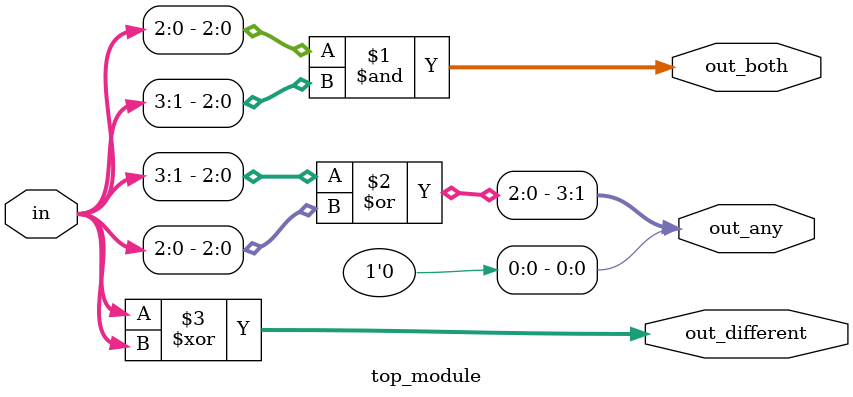
<source format=sv>
module top_module (
	input [3:0] in,
	output [2:0] out_both,
	output [3:0] out_any,
	output [3:0] out_different
);

	// Assign the bitwise AND operation to out_both
	assign out_both = in[2:0] & in[3:1];

	// Assign the bitwise OR operation to out_any
	assign out_any = {in[3:1] | in[2:0], 1'b0};

	// Assign the bitwise XOR operation to out_different
	assign out_different = in ^ {in[3:1], in[0]};

endmodule

</source>
